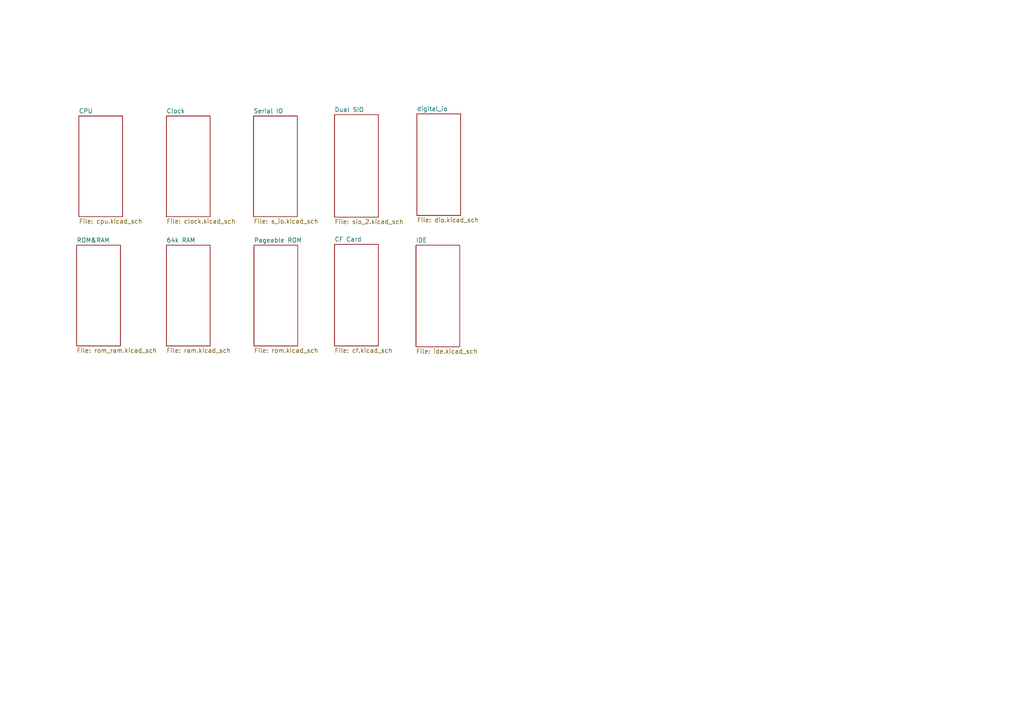
<source format=kicad_sch>
(kicad_sch
	(version 20231120)
	(generator "eeschema")
	(generator_version "8.0")
	(uuid "aa9d7d1b-cc1e-42e8-9268-9d7db6f0dd1d")
	(paper "A4")
	(lib_symbols)
	(sheet
		(at 48.26 71.12)
		(size 12.7 29.21)
		(fields_autoplaced yes)
		(stroke
			(width 0.1524)
			(type solid)
		)
		(fill
			(color 0 0 0 0.0000)
		)
		(uuid "046bde85-b171-4b9d-9f9a-0dd2d0a67a61")
		(property "Sheetname" "64k RAM"
			(at 48.26 70.4084 0)
			(effects
				(font
					(size 1.27 1.27)
				)
				(justify left bottom)
			)
		)
		(property "Sheetfile" "ram.kicad_sch"
			(at 48.26 100.9146 0)
			(effects
				(font
					(size 1.27 1.27)
				)
				(justify left top)
			)
		)
		(instances
			(project "rc2014"
				(path "/aa9d7d1b-cc1e-42e8-9268-9d7db6f0dd1d"
					(page "6")
				)
			)
		)
	)
	(sheet
		(at 73.66 71.12)
		(size 12.7 29.21)
		(fields_autoplaced yes)
		(stroke
			(width 0.1524)
			(type solid)
		)
		(fill
			(color 0 0 0 0.0000)
		)
		(uuid "21c63244-3a7d-46e8-a08d-7fea84662f45")
		(property "Sheetname" "Pageable ROM"
			(at 73.66 70.4084 0)
			(effects
				(font
					(size 1.27 1.27)
				)
				(justify left bottom)
			)
		)
		(property "Sheetfile" "rom.kicad_sch"
			(at 73.66 100.9146 0)
			(effects
				(font
					(size 1.27 1.27)
				)
				(justify left top)
			)
		)
		(instances
			(project "rc2014"
				(path "/aa9d7d1b-cc1e-42e8-9268-9d7db6f0dd1d"
					(page "7")
				)
			)
		)
	)
	(sheet
		(at 97.028 33.274)
		(size 12.7 29.718)
		(fields_autoplaced yes)
		(stroke
			(width 0.1524)
			(type solid)
		)
		(fill
			(color 0 0 0 0.0000)
		)
		(uuid "408adf78-fc87-4b96-81ed-f5ef2aa89e42")
		(property "Sheetname" "Dual SIO"
			(at 97.028 32.5624 0)
			(effects
				(font
					(size 1.27 1.27)
				)
				(justify left bottom)
			)
		)
		(property "Sheetfile" "sio_2.kicad_sch"
			(at 97.028 63.5766 0)
			(effects
				(font
					(size 1.27 1.27)
				)
				(justify left top)
			)
		)
		(instances
			(project "rc2014"
				(path "/aa9d7d1b-cc1e-42e8-9268-9d7db6f0dd1d"
					(page "11")
				)
			)
		)
	)
	(sheet
		(at 48.26 33.655)
		(size 12.7 29.21)
		(fields_autoplaced yes)
		(stroke
			(width 0.1524)
			(type solid)
		)
		(fill
			(color 0 0 0 0.0000)
		)
		(uuid "4ce9f26e-dfac-440f-95eb-6d8297cc4f62")
		(property "Sheetname" "Clock"
			(at 48.26 32.9434 0)
			(effects
				(font
					(size 1.27 1.27)
				)
				(justify left bottom)
			)
		)
		(property "Sheetfile" "clock.kicad_sch"
			(at 48.26 63.4496 0)
			(effects
				(font
					(size 1.27 1.27)
				)
				(justify left top)
			)
		)
		(instances
			(project "rc2014"
				(path "/aa9d7d1b-cc1e-42e8-9268-9d7db6f0dd1d"
					(page "3")
				)
			)
		)
	)
	(sheet
		(at 22.86 33.655)
		(size 12.7 29.21)
		(fields_autoplaced yes)
		(stroke
			(width 0.1524)
			(type solid)
		)
		(fill
			(color 0 0 0 0.0000)
		)
		(uuid "5817c940-39bd-42db-9afd-9a411bcbe4d1")
		(property "Sheetname" "CPU"
			(at 22.86 32.9434 0)
			(effects
				(font
					(size 1.27 1.27)
				)
				(justify left bottom)
			)
		)
		(property "Sheetfile" "cpu.kicad_sch"
			(at 22.86 63.4496 0)
			(effects
				(font
					(size 1.27 1.27)
				)
				(justify left top)
			)
		)
		(instances
			(project "rc2014"
				(path "/aa9d7d1b-cc1e-42e8-9268-9d7db6f0dd1d"
					(page "2")
				)
			)
		)
	)
	(sheet
		(at 120.904 33.02)
		(size 12.7 29.464)
		(fields_autoplaced yes)
		(stroke
			(width 0.1524)
			(type solid)
		)
		(fill
			(color 0 0 0 0.0000)
		)
		(uuid "6cbc3e00-6ff5-49de-993d-7b87c9fdb2fe")
		(property "Sheetname" "digital_io"
			(at 120.904 32.3084 0)
			(effects
				(font
					(size 1.27 1.27)
				)
				(justify left bottom)
			)
		)
		(property "Sheetfile" "dio.kicad_sch"
			(at 120.904 63.0686 0)
			(effects
				(font
					(size 1.27 1.27)
				)
				(justify left top)
			)
		)
		(instances
			(project "rc2014"
				(path "/aa9d7d1b-cc1e-42e8-9268-9d7db6f0dd1d"
					(page "8")
				)
			)
		)
	)
	(sheet
		(at 73.533 33.655)
		(size 12.7 29.21)
		(fields_autoplaced yes)
		(stroke
			(width 0.1524)
			(type solid)
		)
		(fill
			(color 0 0 0 0.0000)
		)
		(uuid "ab8d9d22-a1c9-45f5-b4c8-753d60bb93a8")
		(property "Sheetname" "Serial IO"
			(at 73.533 32.9434 0)
			(effects
				(font
					(size 1.27 1.27)
				)
				(justify left bottom)
			)
		)
		(property "Sheetfile" "s_io.kicad_sch"
			(at 73.533 63.4496 0)
			(effects
				(font
					(size 1.27 1.27)
				)
				(justify left top)
			)
		)
		(instances
			(project "rc2014"
				(path "/aa9d7d1b-cc1e-42e8-9268-9d7db6f0dd1d"
					(page "4")
				)
			)
		)
	)
	(sheet
		(at 22.225 71.12)
		(size 12.7 29.21)
		(fields_autoplaced yes)
		(stroke
			(width 0.1524)
			(type solid)
		)
		(fill
			(color 0 0 0 0.0000)
		)
		(uuid "bb286723-fd07-4487-a585-cad44cbedc9a")
		(property "Sheetname" "ROM&RAM"
			(at 22.225 70.4084 0)
			(effects
				(font
					(size 1.27 1.27)
				)
				(justify left bottom)
			)
		)
		(property "Sheetfile" "rom_ram.kicad_sch"
			(at 22.225 100.9146 0)
			(effects
				(font
					(size 1.27 1.27)
				)
				(justify left top)
			)
		)
		(instances
			(project "rc2014"
				(path "/aa9d7d1b-cc1e-42e8-9268-9d7db6f0dd1d"
					(page "5")
				)
			)
		)
	)
	(sheet
		(at 120.65 71.12)
		(size 12.7 29.464)
		(fields_autoplaced yes)
		(stroke
			(width 0.1524)
			(type solid)
		)
		(fill
			(color 0 0 0 0.0000)
		)
		(uuid "c2944cbd-1339-48b1-aac8-9b3b8100b03b")
		(property "Sheetname" "IDE"
			(at 120.65 70.4084 0)
			(effects
				(font
					(size 1.27 1.27)
				)
				(justify left bottom)
			)
		)
		(property "Sheetfile" "ide.kicad_sch"
			(at 120.65 101.1686 0)
			(effects
				(font
					(size 1.27 1.27)
				)
				(justify left top)
			)
		)
		(instances
			(project "rc2014"
				(path "/aa9d7d1b-cc1e-42e8-9268-9d7db6f0dd1d"
					(page "10")
				)
			)
		)
	)
	(sheet
		(at 97.028 70.866)
		(size 12.7 29.464)
		(fields_autoplaced yes)
		(stroke
			(width 0.1524)
			(type solid)
		)
		(fill
			(color 0 0 0 0.0000)
		)
		(uuid "f35719eb-870d-483d-962a-a3f2a150def2")
		(property "Sheetname" "CF Card"
			(at 97.028 70.1544 0)
			(effects
				(font
					(size 1.27 1.27)
				)
				(justify left bottom)
			)
		)
		(property "Sheetfile" "cf.kicad_sch"
			(at 97.028 100.9146 0)
			(effects
				(font
					(size 1.27 1.27)
				)
				(justify left top)
			)
		)
		(instances
			(project "rc2014"
				(path "/aa9d7d1b-cc1e-42e8-9268-9d7db6f0dd1d"
					(page "9")
				)
			)
		)
	)
	(sheet_instances
		(path "/"
			(page "1")
		)
	)
)

</source>
